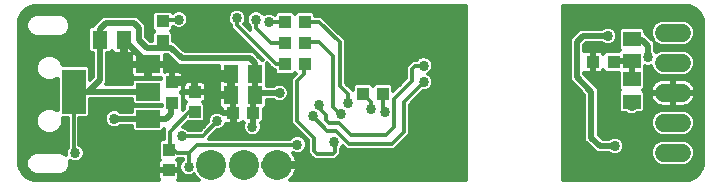
<source format=gbl>
G75*
%MOIN*%
%OFA0B0*%
%FSLAX24Y24*%
%IPPOS*%
%LPD*%
%AMOC8*
5,1,8,0,0,1.08239X$1,22.5*
%
%ADD10R,0.0787X0.0591*%
%ADD11R,0.0787X0.1496*%
%ADD12R,0.0425X0.0413*%
%ADD13R,0.0512X0.0630*%
%ADD14R,0.0591X0.0512*%
%ADD15R,0.0413X0.0425*%
%ADD16R,0.0433X0.0394*%
%ADD17C,0.1000*%
%ADD18R,0.0394X0.0433*%
%ADD19C,0.0600*%
%ADD20C,0.0337*%
%ADD21C,0.0197*%
%ADD22C,0.0118*%
%ADD23C,0.0157*%
D10*
X010376Y003663D03*
X010376Y004569D03*
X010376Y005474D03*
D11*
X007895Y004569D03*
D12*
X011183Y004874D03*
X011183Y004185D03*
D13*
X013151Y004450D03*
X013939Y004450D03*
X013939Y005159D03*
X013151Y005159D03*
X009569Y006301D03*
X008781Y006301D03*
D14*
X026498Y006320D03*
X026498Y005572D03*
X026498Y004982D03*
X026498Y004234D03*
D15*
X025897Y005553D03*
X025208Y005553D03*
D16*
X013880Y003853D03*
X013210Y003853D03*
X011931Y003880D03*
X011931Y004549D03*
X010868Y006242D03*
X010868Y006911D03*
D17*
X012482Y002128D03*
X013584Y002128D03*
X014687Y002128D03*
D18*
X011065Y001950D03*
X011065Y002620D03*
X017541Y004490D03*
X018210Y004490D03*
X015612Y005474D03*
X014943Y005474D03*
X014943Y006183D03*
X015612Y006183D03*
X015612Y006891D03*
X014943Y006891D03*
D19*
X027576Y006529D02*
X028176Y006529D01*
X028176Y005529D02*
X027576Y005529D01*
X027576Y004529D02*
X028176Y004529D01*
X028176Y003529D02*
X027576Y003529D01*
X027576Y002529D02*
X028176Y002529D01*
D20*
X028742Y002706D03*
X028742Y003139D03*
X028742Y003572D03*
X028742Y004006D03*
X028742Y004439D03*
X028742Y004872D03*
X028742Y005305D03*
X028742Y005738D03*
X028742Y006171D03*
X028742Y006604D03*
X028702Y007037D03*
X028387Y007313D03*
X027954Y007313D03*
X027521Y007313D03*
X027088Y007313D03*
X027088Y006880D03*
X025710Y006419D03*
X027049Y005710D03*
X027167Y004990D03*
X025631Y004844D03*
X026498Y004096D03*
X025986Y004006D03*
X025671Y003769D03*
X025671Y003348D03*
X025946Y002757D03*
X025671Y002246D03*
X025238Y001931D03*
X024805Y001931D03*
X024372Y001931D03*
X020750Y001852D03*
X020317Y001852D03*
X019883Y001852D03*
X019450Y001852D03*
X019017Y001852D03*
X018545Y001852D03*
X019569Y002364D03*
X019529Y002797D03*
X016588Y002880D03*
X015356Y002797D03*
X013860Y003387D03*
X013230Y003348D03*
X012679Y003584D03*
X011498Y003072D03*
X010277Y002600D03*
X009293Y002600D03*
X007954Y002521D03*
X007049Y002876D03*
X006340Y002757D03*
X006340Y003191D03*
X006340Y003624D03*
X006340Y004057D03*
X007049Y004214D03*
X006340Y004490D03*
X007049Y004726D03*
X006340Y004923D03*
X006340Y005356D03*
X006340Y005789D03*
X007049Y006065D03*
X006340Y006222D03*
X009214Y005474D03*
X009214Y005080D03*
X012521Y005041D03*
X013899Y005317D03*
X014450Y004883D03*
X014765Y004529D03*
X016065Y004135D03*
X016813Y003820D03*
X017049Y004175D03*
X017817Y003978D03*
X018269Y003899D03*
X019214Y003860D03*
X019569Y003860D03*
X019569Y004883D03*
X019569Y005435D03*
X019529Y005946D03*
X019096Y005946D03*
X017954Y005946D03*
X017561Y005946D03*
X017167Y005946D03*
X017167Y005474D03*
X017561Y005474D03*
X017954Y005474D03*
X017954Y006419D03*
X017561Y006419D03*
X017167Y006419D03*
X019096Y006419D03*
X019529Y006419D03*
X019529Y006852D03*
X019096Y006852D03*
X019096Y007285D03*
X019529Y007285D03*
X019962Y007285D03*
X020395Y007285D03*
X020828Y007285D03*
X018663Y007285D03*
X018230Y007285D03*
X017797Y007285D03*
X017049Y007285D03*
X016616Y007285D03*
X016183Y007285D03*
X014411Y006891D03*
X013978Y006970D03*
X013348Y007009D03*
X011970Y007246D03*
X011419Y006970D03*
X010356Y007246D03*
X009805Y007246D03*
X009254Y007246D03*
X011694Y006104D03*
X012521Y004647D03*
X012521Y004254D03*
X014450Y004057D03*
X015868Y003742D03*
X014490Y002088D03*
X013584Y002128D03*
X012403Y002088D03*
X011734Y002061D03*
X010277Y001852D03*
X009293Y001852D03*
X008584Y003584D03*
X009254Y003663D03*
X024332Y007317D03*
X024765Y007313D03*
X025198Y007313D03*
X025631Y007088D03*
X028742Y002273D03*
D21*
X025946Y002757D02*
X025435Y002757D01*
X025159Y003033D01*
X025159Y004569D01*
X024687Y005041D01*
X024687Y006222D01*
X024883Y006419D01*
X025710Y006419D01*
X026498Y006320D02*
X026517Y006301D01*
X026852Y006301D01*
X027049Y006104D01*
X027049Y005710D01*
X026498Y005572D02*
X025917Y005572D01*
X025897Y005553D01*
X026498Y005572D02*
X026498Y004982D01*
X026517Y004254D02*
X026498Y004234D01*
X026498Y004096D01*
X026498Y006320D02*
X026557Y006320D01*
X014765Y004529D02*
X014017Y004529D01*
X013939Y004450D01*
X013880Y004391D01*
X013880Y003853D01*
X013880Y003368D01*
X013860Y003387D01*
X013230Y003348D02*
X013230Y003833D01*
X013210Y003853D01*
X013210Y004391D01*
X013151Y004450D01*
X012718Y004450D01*
X012521Y004647D01*
X013151Y004450D02*
X013151Y005159D01*
X012994Y005002D01*
X011891Y005002D01*
X011183Y005002D01*
X011183Y005238D01*
X010946Y005474D01*
X010376Y005474D01*
X009569Y006281D01*
X009569Y006301D01*
X010080Y006301D02*
X010356Y006025D01*
X011104Y006025D01*
X011143Y006025D01*
X011498Y005671D01*
X013781Y005671D01*
X013939Y005513D01*
X013939Y005356D01*
X013899Y005317D01*
X013939Y004450D01*
X011183Y004185D02*
X011143Y004145D01*
X011143Y003820D01*
X010986Y003663D01*
X010376Y003663D01*
X009254Y003663D01*
X008387Y004569D02*
X007895Y004569D01*
X008387Y004569D02*
X010308Y004569D01*
X010321Y004570D01*
X010334Y004574D01*
X010345Y004580D01*
X010355Y004589D01*
X011183Y004874D02*
X011183Y005002D01*
X010376Y005474D02*
X009214Y005474D01*
X008781Y004962D02*
X008387Y004569D01*
X008781Y004962D02*
X008781Y006301D01*
X008781Y006655D01*
X008978Y006852D01*
X009923Y006852D01*
X010080Y006694D01*
X010080Y006301D01*
X011143Y002718D02*
X011078Y002653D01*
X011078Y002654D02*
X011070Y002644D01*
X011066Y002632D01*
X011064Y002620D01*
D22*
X006246Y001797D02*
X006140Y001944D01*
X006084Y002116D01*
X006077Y002206D01*
X006077Y006852D01*
X006084Y006942D01*
X006140Y007115D01*
X006246Y007261D01*
X006393Y007367D01*
X006565Y007423D01*
X006655Y007430D01*
X020986Y007430D01*
X020986Y001628D01*
X015118Y001628D01*
X015122Y001631D01*
X015183Y001692D01*
X015236Y001761D01*
X015279Y001835D01*
X015312Y001915D01*
X015334Y001999D01*
X015344Y002069D01*
X014746Y002069D01*
X014746Y002187D01*
X015344Y002187D01*
X015334Y002256D01*
X015312Y002340D01*
X015279Y002420D01*
X015236Y002494D01*
X015215Y002522D01*
X015295Y002489D01*
X015417Y002489D01*
X015530Y002536D01*
X015617Y002622D01*
X015664Y002736D01*
X015664Y002858D01*
X015617Y002971D01*
X015530Y003058D01*
X015417Y003105D01*
X015295Y003105D01*
X015181Y003058D01*
X015119Y002996D01*
X012406Y002996D01*
X012665Y003276D01*
X012740Y003276D01*
X012853Y003323D01*
X012940Y003410D01*
X012976Y003497D01*
X013171Y003497D01*
X013171Y003814D01*
X012885Y003814D01*
X012853Y003846D01*
X012740Y003892D01*
X012617Y003892D01*
X012504Y003846D01*
X012417Y003759D01*
X012371Y003646D01*
X012371Y003544D01*
X012119Y003271D01*
X011735Y003271D01*
X011672Y003334D01*
X011559Y003381D01*
X011536Y003381D01*
X011698Y003543D01*
X012205Y003543D01*
X012287Y003625D01*
X012287Y004134D01*
X012214Y004207D01*
X012245Y004225D01*
X012275Y004254D01*
X012295Y004291D01*
X012306Y004331D01*
X012306Y004509D01*
X011970Y004509D01*
X011970Y004588D01*
X012306Y004588D01*
X012306Y004767D01*
X012295Y004807D01*
X012275Y004843D01*
X012245Y004873D01*
X012209Y004894D01*
X012168Y004905D01*
X011970Y004905D01*
X011970Y004588D01*
X011891Y004588D01*
X011891Y004509D01*
X011555Y004509D01*
X011555Y004331D01*
X011566Y004291D01*
X011587Y004254D01*
X011617Y004225D01*
X011647Y004207D01*
X011574Y004134D01*
X011574Y003982D01*
X011535Y003942D01*
X011535Y004449D01*
X011462Y004522D01*
X011493Y004540D01*
X011523Y004569D01*
X011543Y004606D01*
X011554Y004646D01*
X011554Y004829D01*
X011227Y004829D01*
X011227Y004918D01*
X011138Y004918D01*
X011138Y005239D01*
X010949Y005239D01*
X010928Y005234D01*
X010928Y005415D01*
X010435Y005415D01*
X010435Y005533D01*
X010928Y005533D01*
X010928Y005787D01*
X011045Y005787D01*
X011259Y005572D01*
X011399Y005433D01*
X012736Y005433D01*
X012736Y005218D01*
X013092Y005218D01*
X013092Y005100D01*
X012736Y005100D01*
X012736Y004823D01*
X012741Y004805D01*
X012736Y004786D01*
X012736Y004509D01*
X013092Y004509D01*
X013092Y004391D01*
X013210Y004391D01*
X013210Y003976D01*
X013250Y003976D01*
X013250Y003892D01*
X013171Y003892D01*
X013171Y003814D01*
X013250Y003814D01*
X013250Y003497D01*
X013448Y003497D01*
X013488Y003508D01*
X013524Y003529D01*
X013554Y003559D01*
X013557Y003564D01*
X013587Y003534D01*
X013552Y003449D01*
X013552Y003326D01*
X013599Y003213D01*
X013685Y003126D01*
X013799Y003079D01*
X013921Y003079D01*
X014034Y003126D01*
X014121Y003213D01*
X014168Y003326D01*
X014168Y003449D01*
X014140Y003516D01*
X014154Y003516D01*
X014236Y003598D01*
X014236Y003996D01*
X014252Y003996D01*
X014334Y004078D01*
X014334Y004291D01*
X014568Y004291D01*
X014591Y004268D01*
X014704Y004221D01*
X014827Y004221D01*
X014940Y004268D01*
X015027Y004355D01*
X015074Y004468D01*
X015074Y004590D01*
X015027Y004704D01*
X014940Y004790D01*
X014827Y004837D01*
X014704Y004837D01*
X014591Y004790D01*
X014568Y004767D01*
X014334Y004767D01*
X014334Y005506D01*
X014448Y005392D01*
X014565Y005275D01*
X014606Y005275D01*
X014606Y005200D01*
X014688Y005118D01*
X015197Y005118D01*
X015277Y005198D01*
X015313Y005161D01*
X015157Y005005D01*
X015157Y003502D01*
X015274Y003385D01*
X015704Y002955D01*
X015704Y002522D01*
X015826Y002400D01*
X015826Y002400D01*
X015943Y002283D01*
X016619Y002283D01*
X016698Y002362D01*
X016815Y002478D01*
X016815Y002670D01*
X016849Y002705D01*
X016875Y002768D01*
X016889Y002754D01*
X017006Y002637D01*
X018588Y002637D01*
X018982Y003031D01*
X019098Y003148D01*
X019098Y004132D01*
X019541Y004575D01*
X019630Y004575D01*
X019743Y004622D01*
X019830Y004709D01*
X019877Y004822D01*
X019877Y004945D01*
X019830Y005058D01*
X019743Y005145D01*
X019709Y005159D01*
X019743Y005173D01*
X019830Y005260D01*
X019877Y005373D01*
X019877Y005496D01*
X019830Y005609D01*
X019743Y005696D01*
X019630Y005743D01*
X019507Y005743D01*
X019394Y005696D01*
X019331Y005633D01*
X019211Y005633D01*
X019094Y005517D01*
X018976Y005399D01*
X018976Y005005D01*
X018547Y004576D01*
X018547Y004764D01*
X018465Y004846D01*
X017955Y004846D01*
X017876Y004766D01*
X017796Y004846D01*
X017286Y004846D01*
X017204Y004764D01*
X017204Y004615D01*
X016972Y004848D01*
X016972Y006143D01*
X016974Y006145D01*
X016972Y006225D01*
X016972Y006304D01*
X016970Y006307D01*
X016970Y006310D01*
X016912Y006365D01*
X016856Y006421D01*
X016852Y006421D01*
X016203Y007034D01*
X016147Y007090D01*
X016144Y007090D01*
X016141Y007092D01*
X016062Y007090D01*
X015948Y007090D01*
X015948Y007166D01*
X015867Y007248D01*
X015357Y007248D01*
X015277Y007168D01*
X015197Y007248D01*
X014688Y007248D01*
X014606Y007166D01*
X014606Y007132D01*
X014586Y007153D01*
X014472Y007200D01*
X014350Y007200D01*
X014236Y007153D01*
X014234Y007150D01*
X014153Y007231D01*
X014039Y007278D01*
X013917Y007278D01*
X013803Y007231D01*
X013717Y007145D01*
X013670Y007031D01*
X013670Y006909D01*
X013717Y006796D01*
X013779Y006733D01*
X013779Y006623D01*
X013588Y006814D01*
X013609Y006835D01*
X013656Y006948D01*
X013656Y007071D01*
X013609Y007184D01*
X013523Y007271D01*
X013409Y007318D01*
X013287Y007318D01*
X013173Y007271D01*
X013087Y007184D01*
X013040Y007071D01*
X013040Y006948D01*
X013087Y006835D01*
X013149Y006772D01*
X013149Y006691D01*
X014226Y005614D01*
X014175Y005614D01*
X013880Y005909D01*
X011596Y005909D01*
X011242Y006263D01*
X011224Y006263D01*
X011224Y006496D01*
X011144Y006576D01*
X011224Y006656D01*
X011224Y006729D01*
X011244Y006709D01*
X011358Y006662D01*
X011480Y006662D01*
X011593Y006709D01*
X011680Y006796D01*
X011727Y006909D01*
X011727Y007031D01*
X011680Y007145D01*
X011593Y007231D01*
X011480Y007278D01*
X011358Y007278D01*
X011244Y007231D01*
X011201Y007188D01*
X011142Y007248D01*
X010593Y007248D01*
X010511Y007166D01*
X010511Y006656D01*
X010591Y006576D01*
X010511Y006496D01*
X010511Y006263D01*
X010455Y006263D01*
X010319Y006399D01*
X010319Y006793D01*
X010179Y006933D01*
X010021Y007090D01*
X008879Y007090D01*
X008740Y006951D01*
X008545Y006756D01*
X008467Y006756D01*
X008385Y006674D01*
X008385Y005928D01*
X008467Y005846D01*
X008543Y005846D01*
X008543Y005061D01*
X008429Y004947D01*
X008429Y005374D01*
X008347Y005456D01*
X007529Y005456D01*
X007466Y005608D01*
X007340Y005733D01*
X008543Y005733D01*
X008543Y005617D02*
X007457Y005617D01*
X007510Y005500D02*
X008543Y005500D01*
X008543Y005384D02*
X008420Y005384D01*
X008429Y005267D02*
X008543Y005267D01*
X008543Y005150D02*
X008429Y005150D01*
X008429Y005034D02*
X008516Y005034D01*
X008962Y004807D02*
X009019Y004864D01*
X009019Y005846D01*
X009095Y005846D01*
X009168Y005919D01*
X009185Y005888D01*
X009215Y005859D01*
X009251Y005838D01*
X009292Y005827D01*
X009509Y005827D01*
X009509Y006242D01*
X009628Y006242D01*
X009628Y005827D01*
X009833Y005827D01*
X009823Y005790D01*
X009823Y005533D01*
X010317Y005533D01*
X010317Y005415D01*
X010435Y005415D01*
X010435Y005020D01*
X010790Y005020D01*
X010811Y005025D01*
X010811Y005004D01*
X009924Y005004D01*
X009842Y004922D01*
X009842Y004807D01*
X008962Y004807D01*
X009019Y004917D02*
X009842Y004917D01*
X009920Y005031D02*
X009961Y005020D01*
X010317Y005020D01*
X010317Y005415D01*
X009823Y005415D01*
X009823Y005158D01*
X009834Y005117D01*
X009855Y005081D01*
X009884Y005051D01*
X009920Y005031D01*
X009915Y005034D02*
X009019Y005034D01*
X009019Y005150D02*
X009825Y005150D01*
X009823Y005267D02*
X009019Y005267D01*
X009019Y005384D02*
X009823Y005384D01*
X010317Y005384D02*
X010435Y005384D01*
X010435Y005267D02*
X010317Y005267D01*
X010317Y005150D02*
X010435Y005150D01*
X010435Y005034D02*
X010317Y005034D01*
X010928Y005267D02*
X012736Y005267D01*
X012736Y005384D02*
X010928Y005384D01*
X011227Y005239D02*
X011227Y004918D01*
X011554Y004918D01*
X011554Y005101D01*
X011543Y005142D01*
X011523Y005178D01*
X011493Y005208D01*
X011457Y005229D01*
X011416Y005239D01*
X011227Y005239D01*
X011227Y005150D02*
X011138Y005150D01*
X011138Y005034D02*
X011227Y005034D01*
X011554Y005034D02*
X012736Y005034D01*
X013092Y005034D02*
X013210Y005034D01*
X013210Y005100D02*
X013210Y004924D01*
X013210Y004509D01*
X013092Y004509D01*
X013092Y005100D01*
X013210Y005100D01*
X013092Y005150D02*
X011538Y005150D01*
X011891Y005002D02*
X011931Y004962D01*
X011931Y004549D01*
X011970Y004567D02*
X012736Y004567D01*
X012736Y004684D02*
X012306Y004684D01*
X012297Y004801D02*
X012740Y004801D01*
X012736Y004917D02*
X011227Y004917D01*
X011554Y004801D02*
X011564Y004801D01*
X011566Y004807D02*
X011555Y004767D01*
X011555Y004588D01*
X011891Y004588D01*
X011891Y004905D01*
X011693Y004905D01*
X011653Y004894D01*
X011617Y004873D01*
X011587Y004843D01*
X011566Y004807D01*
X011554Y004684D02*
X011555Y004684D01*
X011521Y004567D02*
X011891Y004567D01*
X011891Y004684D02*
X011970Y004684D01*
X011970Y004801D02*
X011891Y004801D01*
X011555Y004451D02*
X011533Y004451D01*
X011535Y004334D02*
X011555Y004334D01*
X011535Y004218D02*
X011629Y004218D01*
X011574Y004101D02*
X011535Y004101D01*
X011535Y003984D02*
X011574Y003984D01*
X011754Y003880D02*
X011104Y003230D01*
X011104Y002757D01*
X011143Y002718D01*
X011340Y002521D01*
X011734Y002521D01*
X011734Y002061D01*
X011426Y002119D02*
X011420Y002119D01*
X011426Y002122D02*
X011426Y001999D01*
X011473Y001886D01*
X011559Y001799D01*
X011673Y001752D01*
X011795Y001752D01*
X011908Y001799D01*
X011920Y001811D01*
X011940Y001765D01*
X012077Y001628D01*
X011380Y001628D01*
X011389Y001636D01*
X011410Y001672D01*
X011420Y001713D01*
X011420Y001911D01*
X011104Y001911D01*
X011104Y001990D01*
X011420Y001990D01*
X011420Y002188D01*
X011410Y002228D01*
X011389Y002265D01*
X011359Y002294D01*
X011353Y002297D01*
X011378Y002322D01*
X011535Y002322D01*
X011535Y002298D01*
X011473Y002235D01*
X011406Y002235D01*
X011473Y002235D02*
X011426Y002122D01*
X011420Y002002D02*
X011426Y002002D01*
X011420Y001885D02*
X011473Y001885D01*
X011420Y001769D02*
X011633Y001769D01*
X011834Y001769D02*
X011938Y001769D01*
X012053Y001652D02*
X011398Y001652D01*
X010749Y001628D02*
X006655Y001628D01*
X006565Y001635D01*
X006393Y001691D01*
X006246Y001797D01*
X006286Y001769D02*
X010709Y001769D01*
X010709Y001713D02*
X010720Y001672D01*
X010740Y001636D01*
X010749Y001628D01*
X010731Y001652D02*
X006512Y001652D01*
X006610Y001779D02*
X007487Y001779D01*
X007668Y001883D01*
X007772Y002063D01*
X007772Y002268D01*
X007780Y002260D01*
X007893Y002213D01*
X008016Y002213D01*
X008129Y002260D01*
X008216Y002347D01*
X008263Y002460D01*
X008263Y002583D01*
X008216Y002696D01*
X008129Y002783D01*
X008094Y002797D01*
X008094Y003681D01*
X008347Y003681D01*
X008429Y003763D01*
X008429Y004330D01*
X009842Y004330D01*
X009842Y004215D01*
X009924Y004133D01*
X010827Y004133D01*
X010830Y004137D01*
X010830Y004095D01*
X010827Y004098D01*
X009924Y004098D01*
X009842Y004016D01*
X009842Y003901D01*
X009451Y003901D01*
X009428Y003924D01*
X009315Y003971D01*
X009192Y003971D01*
X009079Y003924D01*
X008992Y003838D01*
X008945Y003724D01*
X008945Y003602D01*
X008992Y003488D01*
X009079Y003402D01*
X009192Y003355D01*
X009315Y003355D01*
X009428Y003402D01*
X009451Y003425D01*
X009842Y003425D01*
X009842Y003310D01*
X009924Y003228D01*
X010827Y003228D01*
X010905Y003306D01*
X010905Y002976D01*
X010810Y002976D01*
X010728Y002894D01*
X010728Y002345D01*
X010776Y002297D01*
X010770Y002294D01*
X010740Y002265D01*
X010720Y002228D01*
X010709Y002188D01*
X010709Y001990D01*
X011025Y001990D01*
X011025Y001911D01*
X010709Y001911D01*
X010709Y001713D01*
X010709Y001885D02*
X007669Y001885D01*
X007668Y001883D02*
X007668Y001883D01*
X007668Y001883D01*
X007736Y002002D02*
X010709Y002002D01*
X010709Y002119D02*
X007772Y002119D01*
X007772Y002235D02*
X007840Y002235D01*
X008069Y002235D02*
X010723Y002235D01*
X010728Y002352D02*
X008218Y002352D01*
X008263Y002468D02*
X010728Y002468D01*
X010728Y002585D02*
X008262Y002585D01*
X007954Y002521D02*
X007895Y002580D01*
X007895Y004569D01*
X007362Y004567D02*
X006077Y004567D01*
X006077Y004684D02*
X007362Y004684D01*
X007362Y004801D02*
X006077Y004801D01*
X006077Y004917D02*
X006984Y004917D01*
X007000Y004911D02*
X007177Y004911D01*
X007340Y004978D01*
X007362Y005000D01*
X007362Y003940D01*
X007340Y003962D01*
X007177Y004030D01*
X007000Y004030D01*
X006836Y003962D01*
X006711Y003836D01*
X006643Y003673D01*
X006643Y003496D01*
X006711Y003332D01*
X006836Y003207D01*
X007000Y003139D01*
X007177Y003139D01*
X007340Y003207D01*
X007466Y003332D01*
X007533Y003496D01*
X007533Y003673D01*
X007530Y003681D01*
X007696Y003681D01*
X007696Y002699D01*
X007693Y002696D01*
X007646Y002583D01*
X007646Y002464D01*
X007487Y002555D01*
X006610Y002555D01*
X006430Y002451D01*
X006326Y002271D01*
X006326Y002063D01*
X006430Y001883D01*
X006430Y001883D01*
X006610Y001779D01*
X006430Y001883D02*
X006430Y001883D01*
X006429Y001885D02*
X006182Y001885D01*
X006121Y002002D02*
X006361Y002002D01*
X006326Y002119D02*
X006084Y002119D01*
X006077Y002235D02*
X006326Y002235D01*
X006373Y002352D02*
X006077Y002352D01*
X006077Y002468D02*
X006460Y002468D01*
X006430Y002451D02*
X006430Y002451D01*
X006430Y002451D01*
X006077Y002585D02*
X007647Y002585D01*
X007638Y002468D02*
X007646Y002468D01*
X007696Y002702D02*
X006077Y002702D01*
X006077Y002818D02*
X007696Y002818D01*
X007696Y002935D02*
X006077Y002935D01*
X006077Y003051D02*
X007696Y003051D01*
X008094Y003051D02*
X010905Y003051D01*
X010769Y002935D02*
X008094Y002935D01*
X008094Y002818D02*
X010728Y002818D01*
X010728Y002702D02*
X008210Y002702D01*
X008094Y003168D02*
X010905Y003168D01*
X010905Y003285D02*
X010884Y003285D01*
X011498Y003072D02*
X012206Y003072D01*
X012679Y003584D01*
X012371Y003634D02*
X012287Y003634D01*
X012287Y003751D02*
X012414Y003751D01*
X012287Y003868D02*
X012558Y003868D01*
X012800Y003868D02*
X013171Y003868D01*
X013171Y003892D02*
X012835Y003892D01*
X012835Y003987D01*
X012834Y003987D01*
X012798Y004008D01*
X012768Y004038D01*
X012747Y004074D01*
X012736Y004114D01*
X012736Y004391D01*
X013092Y004391D01*
X013092Y004209D01*
X013171Y004209D01*
X013171Y003892D01*
X013151Y003912D02*
X013210Y003853D01*
X013171Y003751D02*
X013250Y003751D01*
X013250Y003634D02*
X013171Y003634D01*
X013171Y003518D02*
X013250Y003518D01*
X013505Y003518D02*
X013580Y003518D01*
X013552Y003401D02*
X012932Y003401D01*
X012761Y003285D02*
X013569Y003285D01*
X013643Y003168D02*
X012565Y003168D01*
X012132Y003285D02*
X011721Y003285D01*
X011556Y003401D02*
X012239Y003401D01*
X012347Y003518D02*
X011673Y003518D01*
X011754Y003880D02*
X011931Y003880D01*
X012287Y003984D02*
X012835Y003984D01*
X013171Y003984D02*
X013210Y003984D01*
X013210Y004101D02*
X013171Y004101D01*
X013210Y004218D02*
X013092Y004218D01*
X013092Y004334D02*
X013210Y004334D01*
X013092Y004451D02*
X012306Y004451D01*
X012306Y004334D02*
X012736Y004334D01*
X012736Y004218D02*
X012233Y004218D01*
X012287Y004101D02*
X012740Y004101D01*
X013880Y003853D02*
X013939Y003912D01*
X014236Y003868D02*
X015157Y003868D01*
X015157Y003984D02*
X014236Y003984D01*
X014334Y004101D02*
X015157Y004101D01*
X015157Y004218D02*
X014334Y004218D01*
X015006Y004334D02*
X015157Y004334D01*
X015157Y004451D02*
X015066Y004451D01*
X015074Y004567D02*
X015157Y004567D01*
X015157Y004684D02*
X015035Y004684D01*
X014915Y004801D02*
X015157Y004801D01*
X015157Y004917D02*
X014334Y004917D01*
X014334Y004801D02*
X014615Y004801D01*
X014334Y005034D02*
X015186Y005034D01*
X015230Y005150D02*
X015302Y005150D01*
X015356Y004923D02*
X015592Y005159D01*
X015592Y005454D01*
X015612Y005474D01*
X014943Y005474D02*
X014647Y005474D01*
X013348Y006773D01*
X013348Y007009D01*
X013060Y006900D02*
X011723Y006900D01*
X011727Y007016D02*
X013040Y007016D01*
X013066Y007133D02*
X011685Y007133D01*
X011550Y007249D02*
X013152Y007249D01*
X013544Y007249D02*
X013847Y007249D01*
X013712Y007133D02*
X013631Y007133D01*
X013656Y007016D02*
X013670Y007016D01*
X013674Y006900D02*
X013636Y006900D01*
X013978Y006970D02*
X013978Y006694D01*
X014490Y006183D01*
X014943Y006183D01*
X015612Y006183D02*
X015651Y006222D01*
X016065Y006222D01*
X016537Y005750D01*
X016537Y004057D01*
X016773Y003820D01*
X016813Y003820D01*
X016301Y003781D02*
X016301Y003624D01*
X016419Y003506D01*
X016734Y003506D01*
X017128Y003112D01*
X018309Y003112D01*
X018584Y003387D01*
X018584Y004332D01*
X019175Y004923D01*
X019175Y005317D01*
X019293Y005435D01*
X019569Y005435D01*
X019877Y005384D02*
X020986Y005384D01*
X020986Y005267D02*
X019833Y005267D01*
X019729Y005150D02*
X020986Y005150D01*
X020986Y005034D02*
X019840Y005034D01*
X019877Y004917D02*
X020986Y004917D01*
X020986Y004801D02*
X019868Y004801D01*
X019805Y004684D02*
X020986Y004684D01*
X020986Y004567D02*
X019534Y004567D01*
X019417Y004451D02*
X020986Y004451D01*
X020986Y004334D02*
X019300Y004334D01*
X019184Y004218D02*
X020986Y004218D01*
X020986Y004101D02*
X019098Y004101D01*
X018899Y004214D02*
X019569Y004883D01*
X018976Y005034D02*
X016972Y005034D01*
X016972Y005150D02*
X018976Y005150D01*
X018976Y005267D02*
X016972Y005267D01*
X016972Y005384D02*
X018976Y005384D01*
X019077Y005500D02*
X016972Y005500D01*
X016972Y005617D02*
X019194Y005617D01*
X019485Y005733D02*
X016972Y005733D01*
X016972Y005850D02*
X020986Y005850D01*
X020986Y005733D02*
X019652Y005733D01*
X019822Y005617D02*
X020986Y005617D01*
X020986Y005500D02*
X019875Y005500D01*
X020986Y005967D02*
X016972Y005967D01*
X016972Y006083D02*
X020986Y006083D01*
X020986Y006200D02*
X016973Y006200D01*
X016963Y006317D02*
X020986Y006317D01*
X020986Y006433D02*
X016839Y006433D01*
X016716Y006550D02*
X020986Y006550D01*
X020986Y006666D02*
X016592Y006666D01*
X016469Y006783D02*
X020986Y006783D01*
X020986Y006900D02*
X016345Y006900D01*
X016222Y007016D02*
X020986Y007016D01*
X020986Y007133D02*
X015948Y007133D01*
X016065Y006891D02*
X015612Y006891D01*
X016065Y006891D02*
X016773Y006222D01*
X016773Y004765D01*
X017049Y004490D01*
X017049Y004175D01*
X017541Y004490D02*
X017817Y004214D01*
X017817Y003978D01*
X018210Y003958D02*
X018269Y003899D01*
X018210Y003958D02*
X018210Y004490D01*
X018547Y004684D02*
X018655Y004684D01*
X018771Y004801D02*
X018510Y004801D01*
X018888Y004917D02*
X016972Y004917D01*
X017019Y004801D02*
X017241Y004801D01*
X017204Y004684D02*
X017136Y004684D01*
X017841Y004801D02*
X017910Y004801D01*
X018899Y004214D02*
X018899Y003230D01*
X018506Y002836D01*
X017088Y002836D01*
X016655Y003269D01*
X016340Y003269D01*
X015868Y003742D01*
X016143Y003939D02*
X016301Y003781D01*
X016143Y003939D02*
X016143Y004135D01*
X016065Y004135D01*
X015157Y003751D02*
X014236Y003751D01*
X014236Y003634D02*
X015157Y003634D01*
X015356Y003584D02*
X015356Y004923D01*
X014655Y005150D02*
X014334Y005150D01*
X014334Y005267D02*
X014606Y005267D01*
X014456Y005384D02*
X014334Y005384D01*
X013939Y005277D02*
X013899Y005317D01*
X013939Y005277D02*
X013939Y005159D01*
X013210Y004917D02*
X013092Y004917D01*
X013092Y004801D02*
X013210Y004801D01*
X013210Y004684D02*
X013092Y004684D01*
X013092Y004567D02*
X013210Y004567D01*
X010830Y004101D02*
X008429Y004101D01*
X008429Y004218D02*
X009842Y004218D01*
X009842Y003984D02*
X008429Y003984D01*
X008429Y003868D02*
X009022Y003868D01*
X008956Y003751D02*
X008417Y003751D01*
X008094Y003634D02*
X008945Y003634D01*
X008980Y003518D02*
X008094Y003518D01*
X008094Y003401D02*
X009080Y003401D01*
X009427Y003401D02*
X009842Y003401D01*
X009867Y003285D02*
X008094Y003285D01*
X007696Y003285D02*
X007418Y003285D01*
X007494Y003401D02*
X007696Y003401D01*
X007696Y003518D02*
X007533Y003518D01*
X007533Y003634D02*
X007696Y003634D01*
X007362Y003984D02*
X007286Y003984D01*
X006890Y003984D02*
X006077Y003984D01*
X006077Y003868D02*
X006742Y003868D01*
X006675Y003751D02*
X006077Y003751D01*
X006077Y003634D02*
X006643Y003634D01*
X006643Y003518D02*
X006077Y003518D01*
X006077Y003401D02*
X006682Y003401D01*
X006758Y003285D02*
X006077Y003285D01*
X006077Y003168D02*
X006929Y003168D01*
X007247Y003168D02*
X007696Y003168D01*
X007362Y004101D02*
X006077Y004101D01*
X006077Y004218D02*
X007362Y004218D01*
X007362Y004334D02*
X006077Y004334D01*
X006077Y004451D02*
X007362Y004451D01*
X007362Y004917D02*
X007193Y004917D01*
X007000Y004911D02*
X006836Y004978D01*
X006711Y005104D01*
X006643Y005267D01*
X006077Y005267D01*
X006077Y005150D02*
X006691Y005150D01*
X006643Y005267D02*
X006643Y005444D01*
X006711Y005608D01*
X006836Y005733D01*
X007000Y005801D01*
X007177Y005801D01*
X007340Y005733D01*
X006836Y005733D02*
X006077Y005733D01*
X006077Y005617D02*
X006719Y005617D01*
X006666Y005500D02*
X006077Y005500D01*
X006077Y005384D02*
X006643Y005384D01*
X006781Y005034D02*
X006077Y005034D01*
X006077Y005850D02*
X008463Y005850D01*
X008385Y005967D02*
X006077Y005967D01*
X006077Y006083D02*
X008385Y006083D01*
X008385Y006200D02*
X006077Y006200D01*
X006077Y006317D02*
X008385Y006317D01*
X008385Y006433D02*
X007571Y006433D01*
X007487Y006385D02*
X007668Y006489D01*
X007772Y006669D01*
X007772Y006877D01*
X007668Y007057D01*
X007668Y007057D01*
X007668Y007057D01*
X007487Y007161D01*
X007471Y007161D01*
X006610Y007161D01*
X006430Y007057D01*
X006326Y006877D01*
X006326Y006669D01*
X006430Y006489D01*
X006610Y006385D01*
X007487Y006385D01*
X007668Y006489D02*
X007668Y006489D01*
X007668Y006489D01*
X007703Y006550D02*
X008385Y006550D01*
X008385Y006666D02*
X007770Y006666D01*
X007772Y006783D02*
X008572Y006783D01*
X008689Y006900D02*
X007759Y006900D01*
X007691Y007016D02*
X008805Y007016D01*
X007537Y007133D02*
X010511Y007133D01*
X010511Y007016D02*
X010095Y007016D01*
X010212Y006900D02*
X010511Y006900D01*
X010868Y006911D02*
X010927Y006970D01*
X011419Y006970D01*
X011668Y006783D02*
X013139Y006783D01*
X013174Y006666D02*
X011491Y006666D01*
X011347Y006666D02*
X011224Y006666D01*
X011171Y006550D02*
X013290Y006550D01*
X013407Y006433D02*
X011224Y006433D01*
X011224Y006317D02*
X013524Y006317D01*
X013640Y006200D02*
X011305Y006200D01*
X011422Y006083D02*
X013757Y006083D01*
X013873Y005967D02*
X011539Y005967D01*
X011104Y006025D02*
X010887Y006242D01*
X010868Y006242D01*
X010511Y006317D02*
X010401Y006317D01*
X010319Y006433D02*
X010511Y006433D01*
X010565Y006550D02*
X010319Y006550D01*
X010319Y006666D02*
X010511Y006666D01*
X010511Y006783D02*
X010319Y006783D01*
X011288Y007249D02*
X006238Y007249D01*
X006153Y007133D02*
X006561Y007133D01*
X006430Y007057D02*
X006430Y007057D01*
X006406Y007016D02*
X006108Y007016D01*
X006081Y006900D02*
X006339Y006900D01*
X006326Y006783D02*
X006077Y006783D01*
X006077Y006666D02*
X006328Y006666D01*
X006395Y006550D02*
X006077Y006550D01*
X006077Y006433D02*
X006527Y006433D01*
X006430Y006489D02*
X006430Y006489D01*
X006430Y006489D01*
X009019Y005733D02*
X009823Y005733D01*
X009823Y005617D02*
X009019Y005617D01*
X009019Y005500D02*
X010317Y005500D01*
X010435Y005500D02*
X011331Y005500D01*
X011215Y005617D02*
X010928Y005617D01*
X010928Y005733D02*
X011098Y005733D01*
X009628Y005850D02*
X009509Y005850D01*
X009230Y005850D02*
X009099Y005850D01*
X009509Y005967D02*
X009628Y005967D01*
X009628Y006083D02*
X009509Y006083D01*
X009509Y006200D02*
X009628Y006200D01*
X013619Y006783D02*
X013729Y006783D01*
X013736Y006666D02*
X013779Y006666D01*
X013978Y006970D02*
X014057Y006970D01*
X014411Y006891D02*
X014943Y006891D01*
X014606Y007133D02*
X014605Y007133D01*
X014109Y007249D02*
X020986Y007249D01*
X020986Y007366D02*
X006391Y007366D01*
X013939Y005850D02*
X013990Y005850D01*
X014055Y005733D02*
X014107Y005733D01*
X014172Y005617D02*
X014223Y005617D01*
X014334Y005500D02*
X014340Y005500D01*
X019098Y003984D02*
X020986Y003984D01*
X020986Y003868D02*
X019098Y003868D01*
X019098Y003751D02*
X020986Y003751D01*
X020986Y003634D02*
X019098Y003634D01*
X019098Y003518D02*
X020986Y003518D01*
X020986Y003401D02*
X019098Y003401D01*
X019098Y003285D02*
X020986Y003285D01*
X020986Y003168D02*
X019098Y003168D01*
X019002Y003051D02*
X020986Y003051D01*
X020986Y002935D02*
X018885Y002935D01*
X018769Y002818D02*
X020986Y002818D01*
X020986Y002702D02*
X018652Y002702D01*
X016942Y002702D02*
X016846Y002702D01*
X016616Y002561D02*
X016616Y002852D01*
X016588Y002880D01*
X015903Y003037D02*
X015903Y002604D01*
X016025Y002482D01*
X016537Y002482D01*
X016616Y002561D01*
X016815Y002585D02*
X020986Y002585D01*
X020986Y002468D02*
X016805Y002468D01*
X016688Y002352D02*
X020986Y002352D01*
X020986Y002235D02*
X015337Y002235D01*
X015307Y002352D02*
X015874Y002352D01*
X015758Y002468D02*
X015251Y002468D01*
X015580Y002585D02*
X015704Y002585D01*
X015671Y002443D02*
X015356Y002128D01*
X015159Y002128D01*
X014490Y002088D01*
X014628Y002069D02*
X014224Y002069D01*
X014224Y002187D01*
X014628Y002187D01*
X014628Y002069D01*
X014628Y002119D02*
X014224Y002119D01*
X014746Y002119D02*
X020986Y002119D01*
X020986Y002002D02*
X015335Y002002D01*
X015300Y001885D02*
X020986Y001885D01*
X020986Y001769D02*
X015240Y001769D01*
X015143Y001652D02*
X020986Y001652D01*
X024214Y001652D02*
X028452Y001652D01*
X028399Y001635D02*
X028309Y001628D01*
X024214Y001628D01*
X024214Y007430D01*
X028309Y007430D01*
X028399Y007423D01*
X028571Y007367D01*
X028718Y007261D01*
X028824Y007115D01*
X028880Y006942D01*
X028887Y006852D01*
X028887Y002206D01*
X028880Y002116D01*
X028824Y001944D01*
X028718Y001797D01*
X028571Y001691D01*
X028399Y001635D01*
X028678Y001769D02*
X024214Y001769D01*
X024214Y001885D02*
X028782Y001885D01*
X028843Y002002D02*
X024214Y002002D01*
X024214Y002119D02*
X027418Y002119D01*
X027488Y002089D02*
X027326Y002156D01*
X027203Y002280D01*
X027136Y002442D01*
X027136Y002617D01*
X027203Y002778D01*
X027326Y002902D01*
X027488Y002969D01*
X028263Y002969D01*
X028425Y002902D01*
X028548Y002778D01*
X028615Y002617D01*
X028615Y002442D01*
X028548Y002280D01*
X028425Y002156D01*
X028263Y002089D01*
X027488Y002089D01*
X027248Y002235D02*
X024214Y002235D01*
X024214Y002352D02*
X027173Y002352D01*
X027136Y002468D02*
X026054Y002468D01*
X026008Y002449D02*
X026121Y002496D01*
X026208Y002583D01*
X026255Y002696D01*
X026255Y002819D01*
X026208Y002932D01*
X026121Y003019D01*
X026008Y003066D01*
X025885Y003066D01*
X025772Y003019D01*
X025749Y002996D01*
X025533Y002996D01*
X025397Y003132D01*
X025397Y004667D01*
X025258Y004807D01*
X024925Y005140D01*
X024925Y005201D01*
X024940Y005192D01*
X024981Y005181D01*
X025164Y005181D01*
X025164Y005508D01*
X025253Y005508D01*
X025253Y005181D01*
X025436Y005181D01*
X025476Y005192D01*
X025513Y005213D01*
X025542Y005242D01*
X025560Y005273D01*
X025633Y005200D01*
X026063Y005200D01*
X026063Y004668D01*
X026123Y004608D01*
X026063Y004548D01*
X026063Y003920D01*
X026144Y003838D01*
X026320Y003838D01*
X026323Y003835D01*
X026436Y003788D01*
X026559Y003788D01*
X026672Y003835D01*
X026676Y003838D01*
X026851Y003838D01*
X026933Y003920D01*
X026933Y004548D01*
X026872Y004608D01*
X026933Y004668D01*
X026933Y005425D01*
X026988Y005402D01*
X027110Y005402D01*
X027146Y005417D01*
X027203Y005280D01*
X027326Y005156D01*
X027488Y005089D01*
X028263Y005089D01*
X028425Y005156D01*
X028548Y005280D01*
X028615Y005442D01*
X028615Y005617D01*
X028887Y005617D01*
X028887Y005733D02*
X028567Y005733D01*
X028548Y005778D02*
X028615Y005617D01*
X028615Y005500D02*
X028887Y005500D01*
X028887Y005384D02*
X028591Y005384D01*
X028535Y005267D02*
X028887Y005267D01*
X028887Y005150D02*
X028410Y005150D01*
X028887Y005034D02*
X026933Y005034D01*
X026933Y005150D02*
X027341Y005150D01*
X027216Y005267D02*
X026933Y005267D01*
X026933Y005384D02*
X027160Y005384D01*
X026063Y005150D02*
X024925Y005150D01*
X025031Y005034D02*
X026063Y005034D01*
X026063Y004917D02*
X025147Y004917D01*
X025264Y004801D02*
X026063Y004801D01*
X026063Y004684D02*
X025380Y004684D01*
X025397Y004567D02*
X026082Y004567D01*
X026063Y004451D02*
X025397Y004451D01*
X025397Y004334D02*
X026063Y004334D01*
X026063Y004218D02*
X025397Y004218D01*
X025397Y004101D02*
X026063Y004101D01*
X026063Y003984D02*
X025397Y003984D01*
X025397Y003868D02*
X026115Y003868D01*
X025397Y003751D02*
X027192Y003751D01*
X027203Y003778D02*
X027136Y003617D01*
X027136Y003442D01*
X027203Y003280D01*
X027326Y003156D01*
X027488Y003089D01*
X028263Y003089D01*
X028425Y003156D01*
X028548Y003280D01*
X028615Y003442D01*
X028615Y003617D01*
X028548Y003778D01*
X028425Y003902D01*
X028263Y003969D01*
X027488Y003969D01*
X027326Y003902D01*
X027203Y003778D01*
X027292Y003868D02*
X026880Y003868D01*
X026933Y003984D02*
X028887Y003984D01*
X028887Y003868D02*
X028459Y003868D01*
X028560Y003751D02*
X028887Y003751D01*
X028887Y003634D02*
X028608Y003634D01*
X028615Y003518D02*
X028887Y003518D01*
X028887Y003401D02*
X028599Y003401D01*
X028550Y003285D02*
X028887Y003285D01*
X028887Y003168D02*
X028436Y003168D01*
X028887Y003051D02*
X026042Y003051D01*
X025851Y003051D02*
X025478Y003051D01*
X025397Y003168D02*
X027315Y003168D01*
X027201Y003285D02*
X025397Y003285D01*
X025397Y003401D02*
X027153Y003401D01*
X027136Y003518D02*
X025397Y003518D01*
X025397Y003634D02*
X027143Y003634D01*
X027399Y004104D02*
X027468Y004081D01*
X027539Y004070D01*
X027835Y004070D01*
X027835Y004488D01*
X027917Y004488D01*
X027917Y004570D01*
X028634Y004570D01*
X028623Y004637D01*
X028601Y004705D01*
X028568Y004770D01*
X028526Y004828D01*
X028475Y004879D01*
X028416Y004922D01*
X028352Y004955D01*
X028283Y004977D01*
X028212Y004988D01*
X027917Y004988D01*
X027917Y004570D01*
X027835Y004570D01*
X027835Y004988D01*
X027539Y004988D01*
X027468Y004977D01*
X027399Y004955D01*
X027335Y004922D01*
X027277Y004879D01*
X027225Y004828D01*
X027183Y004770D01*
X027150Y004705D01*
X027128Y004637D01*
X027117Y004570D01*
X027835Y004570D01*
X027835Y004488D01*
X027117Y004488D01*
X027128Y004422D01*
X027150Y004353D01*
X027183Y004289D01*
X027225Y004230D01*
X027277Y004179D01*
X027335Y004137D01*
X027399Y004104D01*
X027408Y004101D02*
X026933Y004101D01*
X026933Y004218D02*
X027238Y004218D01*
X027160Y004334D02*
X026933Y004334D01*
X026933Y004451D02*
X027123Y004451D01*
X026913Y004567D02*
X027835Y004567D01*
X027917Y004567D02*
X028887Y004567D01*
X028887Y004684D02*
X028608Y004684D01*
X028546Y004801D02*
X028887Y004801D01*
X028887Y004917D02*
X028422Y004917D01*
X027917Y004917D02*
X027835Y004917D01*
X027835Y004801D02*
X027917Y004801D01*
X027917Y004684D02*
X027835Y004684D01*
X027917Y004488D02*
X028634Y004488D01*
X028623Y004422D01*
X028601Y004353D01*
X028568Y004289D01*
X028526Y004230D01*
X028475Y004179D01*
X028416Y004137D01*
X028352Y004104D01*
X028283Y004081D01*
X028212Y004070D01*
X027917Y004070D01*
X027917Y004488D01*
X027917Y004451D02*
X027835Y004451D01*
X027835Y004334D02*
X027917Y004334D01*
X027917Y004218D02*
X027835Y004218D01*
X027835Y004101D02*
X027917Y004101D01*
X028343Y004101D02*
X028887Y004101D01*
X028887Y004218D02*
X028513Y004218D01*
X028591Y004334D02*
X028887Y004334D01*
X028887Y004451D02*
X028628Y004451D01*
X027205Y004801D02*
X026933Y004801D01*
X026933Y004917D02*
X027329Y004917D01*
X027143Y004684D02*
X026933Y004684D01*
X025566Y005267D02*
X025556Y005267D01*
X025253Y005267D02*
X025164Y005267D01*
X025164Y005384D02*
X025253Y005384D01*
X025253Y005500D02*
X025164Y005500D01*
X025164Y005597D02*
X025164Y005924D01*
X024981Y005924D01*
X024940Y005914D01*
X024925Y005905D01*
X024925Y006123D01*
X024982Y006181D01*
X025513Y006181D01*
X025536Y006158D01*
X025649Y006111D01*
X025772Y006111D01*
X025885Y006158D01*
X025972Y006244D01*
X026018Y006358D01*
X026018Y006480D01*
X025972Y006593D01*
X025885Y006680D01*
X025772Y006727D01*
X025649Y006727D01*
X025536Y006680D01*
X025513Y006657D01*
X024785Y006657D01*
X024588Y006460D01*
X024448Y006321D01*
X024448Y004942D01*
X024921Y004470D01*
X024921Y002934D01*
X025196Y002659D01*
X025336Y002519D01*
X025749Y002519D01*
X025772Y002496D01*
X025885Y002449D01*
X026008Y002449D01*
X025839Y002468D02*
X024214Y002468D01*
X024214Y002585D02*
X025270Y002585D01*
X025154Y002702D02*
X024214Y002702D01*
X024214Y002818D02*
X025037Y002818D01*
X024921Y002935D02*
X024214Y002935D01*
X024214Y003051D02*
X024921Y003051D01*
X024921Y003168D02*
X024214Y003168D01*
X024214Y003285D02*
X024921Y003285D01*
X024921Y003401D02*
X024214Y003401D01*
X024214Y003518D02*
X024921Y003518D01*
X024921Y003634D02*
X024214Y003634D01*
X024214Y003751D02*
X024921Y003751D01*
X024921Y003868D02*
X024214Y003868D01*
X024214Y003984D02*
X024921Y003984D01*
X024921Y004101D02*
X024214Y004101D01*
X024214Y004218D02*
X024921Y004218D01*
X024921Y004334D02*
X024214Y004334D01*
X024214Y004451D02*
X024921Y004451D01*
X024823Y004567D02*
X024214Y004567D01*
X024214Y004684D02*
X024707Y004684D01*
X024590Y004801D02*
X024214Y004801D01*
X024214Y004917D02*
X024473Y004917D01*
X024448Y005034D02*
X024214Y005034D01*
X024214Y005150D02*
X024448Y005150D01*
X024448Y005267D02*
X024214Y005267D01*
X024214Y005384D02*
X024448Y005384D01*
X024448Y005500D02*
X024214Y005500D01*
X024214Y005617D02*
X024448Y005617D01*
X024448Y005733D02*
X024214Y005733D01*
X024214Y005850D02*
X024448Y005850D01*
X024448Y005967D02*
X024214Y005967D01*
X024214Y006083D02*
X024448Y006083D01*
X024448Y006200D02*
X024214Y006200D01*
X024214Y006317D02*
X024448Y006317D01*
X024561Y006433D02*
X024214Y006433D01*
X024214Y006550D02*
X024677Y006550D01*
X024214Y006666D02*
X025522Y006666D01*
X025899Y006666D02*
X026095Y006666D01*
X026063Y006634D02*
X026063Y006007D01*
X026123Y005946D01*
X026081Y005905D01*
X025633Y005905D01*
X025560Y005832D01*
X025542Y005863D01*
X025513Y005893D01*
X025476Y005914D01*
X025436Y005924D01*
X025253Y005924D01*
X025253Y005597D01*
X025164Y005597D01*
X025164Y005617D02*
X025253Y005617D01*
X025253Y005733D02*
X025164Y005733D01*
X025164Y005850D02*
X025253Y005850D01*
X025550Y005850D02*
X025578Y005850D01*
X026103Y005967D02*
X024925Y005967D01*
X024925Y006083D02*
X026063Y006083D01*
X026063Y006200D02*
X025927Y006200D01*
X026001Y006317D02*
X026063Y006317D01*
X026063Y006433D02*
X026018Y006433D01*
X025990Y006550D02*
X026063Y006550D01*
X026063Y006634D02*
X026144Y006716D01*
X026851Y006716D01*
X026933Y006634D01*
X026933Y006539D01*
X026951Y006539D01*
X027090Y006399D01*
X027198Y006292D01*
X027136Y006442D01*
X027136Y006617D01*
X027203Y006778D01*
X027326Y006902D01*
X027488Y006969D01*
X028263Y006969D01*
X028425Y006902D01*
X028548Y006778D01*
X028615Y006617D01*
X028615Y006442D01*
X028548Y006280D01*
X028425Y006156D01*
X028263Y006089D01*
X027488Y006089D01*
X027326Y006156D01*
X027287Y006196D01*
X027287Y005908D01*
X027310Y005885D01*
X027326Y005902D01*
X027488Y005969D01*
X028263Y005969D01*
X028425Y005902D01*
X028548Y005778D01*
X028477Y005850D02*
X028887Y005850D01*
X028887Y005967D02*
X028268Y005967D01*
X028468Y006200D02*
X028887Y006200D01*
X028887Y006317D02*
X028564Y006317D01*
X028612Y006433D02*
X028887Y006433D01*
X028887Y006550D02*
X028615Y006550D01*
X028595Y006666D02*
X028887Y006666D01*
X028887Y006783D02*
X028544Y006783D01*
X028427Y006900D02*
X028883Y006900D01*
X028856Y007016D02*
X024214Y007016D01*
X024214Y006900D02*
X027324Y006900D01*
X027208Y006783D02*
X024214Y006783D01*
X024214Y007133D02*
X028811Y007133D01*
X028726Y007249D02*
X024214Y007249D01*
X024214Y007366D02*
X028573Y007366D01*
X027156Y006666D02*
X026901Y006666D01*
X026933Y006550D02*
X027136Y006550D01*
X027139Y006433D02*
X027056Y006433D01*
X027173Y006317D02*
X027188Y006317D01*
X027287Y006083D02*
X028887Y006083D01*
X027483Y005967D02*
X027287Y005967D01*
X027406Y002935D02*
X026205Y002935D01*
X026255Y002818D02*
X027243Y002818D01*
X027171Y002702D02*
X026255Y002702D01*
X026209Y002585D02*
X027136Y002585D01*
X028345Y002935D02*
X028887Y002935D01*
X028887Y002818D02*
X028508Y002818D01*
X028580Y002702D02*
X028887Y002702D01*
X028887Y002585D02*
X028615Y002585D01*
X028615Y002468D02*
X028887Y002468D01*
X028887Y002352D02*
X028578Y002352D01*
X028504Y002235D02*
X028887Y002235D01*
X028880Y002119D02*
X028334Y002119D01*
X015903Y003037D02*
X015356Y003584D01*
X015157Y003518D02*
X014155Y003518D01*
X014168Y003401D02*
X015258Y003401D01*
X015317Y003309D02*
X015671Y002954D01*
X015671Y002443D01*
X015650Y002702D02*
X015704Y002702D01*
X015704Y002818D02*
X015664Y002818D01*
X015632Y002935D02*
X015704Y002935D01*
X015608Y003051D02*
X015537Y003051D01*
X015175Y003051D02*
X012457Y003051D01*
X012009Y002797D02*
X015356Y002797D01*
X015491Y003168D02*
X014076Y003168D01*
X014151Y003285D02*
X015374Y003285D01*
X015317Y003309D02*
X014450Y003309D01*
X014411Y003348D01*
X012009Y002797D02*
X011734Y002521D01*
X012403Y002088D02*
X012482Y002128D01*
X013584Y002128D02*
X013663Y002206D01*
D23*
X013506Y003033D02*
X014175Y003033D01*
X014411Y003269D01*
X014411Y003348D01*
X014411Y004017D01*
X014450Y004057D01*
X014883Y004057D01*
X015120Y004293D01*
X015120Y004726D01*
X014962Y004883D01*
X014450Y004883D01*
X013230Y003348D02*
X013230Y003309D01*
X013506Y003033D01*
M02*

</source>
